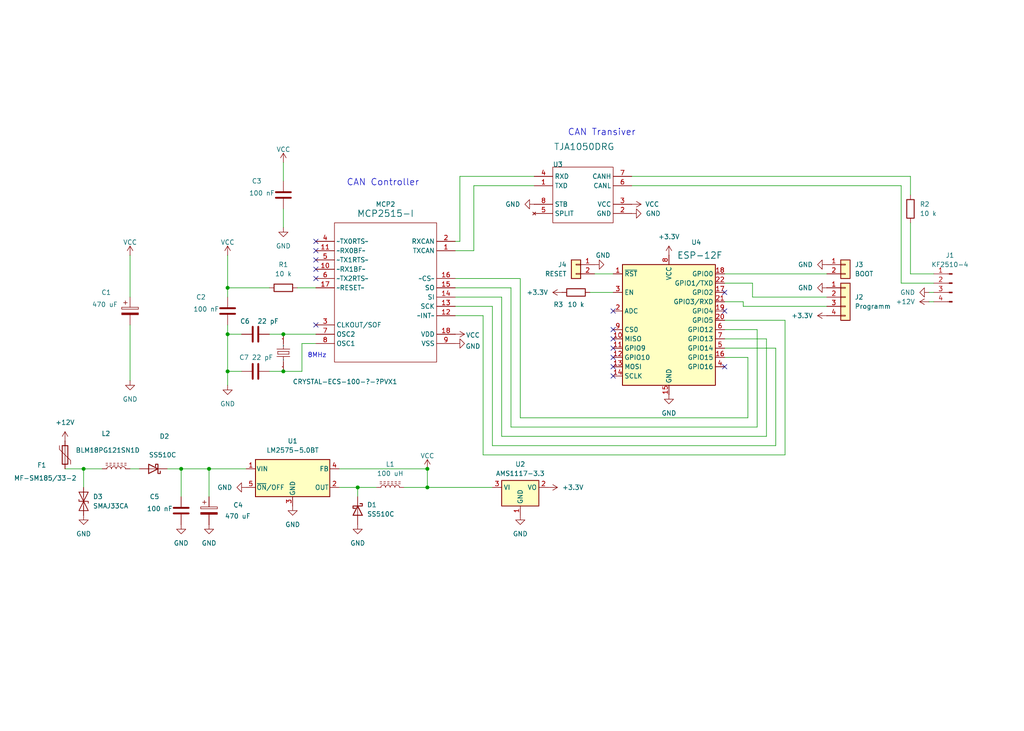
<source format=kicad_sch>
(kicad_sch (version 20231120) (generator "eeschema") (generator_version "8.0")
  (paper "User" 279.984 200)
  (lib_symbols
    (symbol "Connector:Conn_01x04_Pin" (pin_names (offset 1.016) hide)
      (property "Reference" "J" (at 0 5.08 0))
      (property "Value" "Conn_01x04_Pin" (at 0 -7.62 0))
      (symbol "Conn_01x04_Pin_1_1"
        (polyline (pts (xy 1.27 -5.08) (xy 0.8636 -5.08)) (stroke (width 0.1524)))
        (polyline (pts (xy 1.27 -2.54) (xy 0.8636 -2.54)) (stroke (width 0.1524)))
        (polyline (pts (xy 1.27 0) (xy 0.8636 0)) (stroke (width 0.1524)))
        (polyline (pts (xy 1.27 2.54) (xy 0.8636 2.54)) (stroke (width 0.1524)))
        (rectangle (start 0.8636 -4.953) (end 0 -5.207) (stroke (width 0.1524)) (fill (type outline)))
        (rectangle (start 0.8636 -2.413) (end 0 -2.667) (stroke (width 0.1524)) (fill (type outline)))
        (rectangle (start 0.8636 0.127) (end 0 -0.127) (stroke (width 0.1524)) (fill (type outline)))
        (rectangle (start 0.8636 2.667) (end 0 2.413) (stroke (width 0.1524)) (fill (type outline)))
        (pin passive line (at 5.08 2.54 180) (length 3.81) (name "Pin_1") (number "1"))
        (pin passive line (at 5.08 0 180) (length 3.81) (name "Pin_2") (number "2"))
        (pin passive line (at 5.08 -2.54 180) (length 3.81) (name "Pin_3") (number "3"))
        (pin passive line (at 5.08 -5.08 180) (length 3.81) (name "Pin_4") (number "4"))
      )
    )
    (symbol "Connector_Generic:Conn_01x02" (pin_names (offset 1.016) hide)
      (property "Reference" "J" (at 0 2.54 0))
      (property "Value" "Conn_01x02" (at 0 -5.08 0))
      (symbol "Conn_01x02_1_1"
        (rectangle (start -1.27 -2.413) (end 0 -2.667) (stroke (width 0.1524)))
        (rectangle (start -1.27 0.127) (end 0 -0.127) (stroke (width 0.1524)))
        (rectangle (start -1.27 1.27) (end 1.27 -3.81) (stroke (width 0.254)) (fill (type background)))
        (pin passive line (at -5.08 0 0) (length 3.81) (name "Pin_1") (number "1"))
        (pin passive line (at -5.08 -2.54 0) (length 3.81) (name "Pin_2") (number "2"))
      )
    )
    (symbol "Connector_Generic:Conn_01x04" (pin_names (offset 1.016) hide)
      (property "Reference" "J" (at 0 5.08 0))
      (property "Value" "Conn_01x04" (at 0 -7.62 0))
      (symbol "Conn_01x04_1_1"
        (rectangle (start -1.27 -4.953) (end 0 -5.207) (stroke (width 0.1524)))
        (rectangle (start -1.27 -2.413) (end 0 -2.667) (stroke (width 0.1524)))
        (rectangle (start -1.27 0.127) (end 0 -0.127) (stroke (width 0.1524)))
        (rectangle (start -1.27 2.667) (end 0 2.413) (stroke (width 0.1524)))
        (rectangle (start -1.27 3.81) (end 1.27 -6.35) (stroke (width 0.254)) (fill (type background)))
        (pin passive line (at -5.08 2.54 0) (length 3.81) (name "Pin_1") (number "1"))
        (pin passive line (at -5.08 0 0) (length 3.81) (name "Pin_2") (number "2"))
        (pin passive line (at -5.08 -2.54 0) (length 3.81) (name "Pin_3") (number "3"))
        (pin passive line (at -5.08 -5.08 0) (length 3.81) (name "Pin_4") (number "4"))
      )
    )
    (symbol "Device:C" (pin_numbers hide) (pin_names (offset 0.254))
      (property "Reference" "C" (at 0.635 2.54 0))
      (property "Value" "C" (at 0.635 -2.54 0))
      (symbol "C_0_1"
        (polyline (pts (xy -2.032 -0.762) (xy 2.032 -0.762)) (stroke (width 0.508)))
        (polyline (pts (xy -2.032 0.762) (xy 2.032 0.762)) (stroke (width 0.508)))
      )
      (symbol "C_1_1"
        (pin passive line (at 0 3.81 270) (length 2.794) (name "~") (number "1"))
        (pin passive line (at 0 -3.81 90) (length 2.794) (name "~") (number "2"))
      )
    )
    (symbol "Device:C_Polarized" (pin_numbers hide) (pin_names (offset 0.254))
      (property "Reference" "C" (at 0.635 2.54 0))
      (property "Value" "C_Polarized" (at 0.635 -2.54 0))
      (symbol "C_Polarized_0_1"
        (rectangle (start -2.286 0.508) (end 2.286 1.016))
        (polyline (pts (xy -1.778 2.286) (xy -0.762 2.286)))
        (polyline (pts (xy -1.27 2.794) (xy -1.27 1.778)))
        (rectangle (start 2.286 -0.508) (end -2.286 -1.016) (fill (type outline)))
      )
      (symbol "C_Polarized_1_1"
        (pin passive line (at 0 3.81 270) (length 2.794) (name "~") (number "1"))
        (pin passive line (at 0 -3.81 90) (length 2.794) (name "~") (number "2"))
      )
    )
    (symbol "Device:D_Schottky" (pin_numbers hide) (pin_names (offset 1.016) hide)
      (property "Reference" "D" (at 0 2.54 0))
      (property "Value" "D_Schottky" (at 0 -2.54 0))
      (symbol "D_Schottky_0_1"
        (polyline (pts (xy 1.27 0) (xy -1.27 0)))
        (polyline (pts (xy 1.27 1.27) (xy 1.27 -1.27) (xy -1.27 0) (xy 1.27 1.27)) (stroke (width 0.254)))
        (polyline (pts (xy -1.905 0.635) (xy -1.905 1.27) (xy -1.27 1.27) (xy -1.27 -1.27) (xy -0.635 -1.27) (xy -0.635 -0.635)) (stroke (width 0.254)))
      )
      (symbol "D_Schottky_1_1"
        (pin passive line (at -3.81 0 0) (length 2.54) (name "K") (number "1"))
        (pin passive line (at 3.81 0 180) (length 2.54) (name "A") (number "2"))
      )
    )
    (symbol "Device:L_Ferrite" (pin_numbers hide) (pin_names (offset 1.016) hide)
      (property "Reference" "L" (at -1.27 0 90))
      (property "Value" "L_Ferrite" (at 2.794 0 90))
      (symbol "L_Ferrite_0_1"
        (arc (start 0 -2.54) (mid 0.6323 -1.905) (end 0 -1.27))
        (arc (start 0 -1.27) (mid 0.6323 -0.635) (end 0 0))
        (polyline (pts (xy 1.016 -2.794) (xy 1.016 -2.286)))
        (polyline (pts (xy 1.016 -1.778) (xy 1.016 -1.27)))
        (polyline (pts (xy 1.016 -0.762) (xy 1.016 -0.254)))
        (polyline (pts (xy 1.016 0.254) (xy 1.016 0.762)))
        (polyline (pts (xy 1.016 1.27) (xy 1.016 1.778)))
        (polyline (pts (xy 1.016 2.286) (xy 1.016 2.794)))
        (polyline (pts (xy 1.524 -2.286) (xy 1.524 -2.794)))
        (polyline (pts (xy 1.524 -1.27) (xy 1.524 -1.778)))
        (polyline (pts (xy 1.524 -0.254) (xy 1.524 -0.762)))
        (polyline (pts (xy 1.524 0.762) (xy 1.524 0.254)))
        (polyline (pts (xy 1.524 1.778) (xy 1.524 1.27)))
        (polyline (pts (xy 1.524 2.794) (xy 1.524 2.286)))
        (arc (start 0 0) (mid 0.6323 0.635) (end 0 1.27))
        (arc (start 0 1.27) (mid 0.6323 1.905) (end 0 2.54))
      )
      (symbol "L_Ferrite_1_1"
        (pin passive line (at 0 3.81 270) (length 1.27) (name "1") (number "1"))
        (pin passive line (at 0 -3.81 90) (length 1.27) (name "2") (number "2"))
      )
    )
    (symbol "Device:Polyfuse" (pin_numbers hide) (pin_names (offset 0))
      (property "Reference" "F" (at -2.54 0 90))
      (property "Value" "Polyfuse" (at 2.54 0 90))
      (symbol "Polyfuse_0_1"
        (rectangle (start -0.762 2.54) (end 0.762 -2.54) (stroke (width 0.254)))
        (polyline (pts (xy 0 2.54) (xy 0 -2.54)))
        (polyline (pts (xy -1.524 2.54) (xy -1.524 1.524) (xy 1.524 -1.524) (xy 1.524 -2.54)))
      )
      (symbol "Polyfuse_1_1"
        (pin passive line (at 0 3.81 270) (length 1.27) (name "~") (number "1"))
        (pin passive line (at 0 -3.81 90) (length 1.27) (name "~") (number "2"))
      )
    )
    (symbol "Device:R" (pin_numbers hide) (pin_names (offset 0))
      (property "Reference" "R" (at 2.032 0 90))
      (property "Value" "R" (at 0 0 90))
      (symbol "R_0_1"
        (rectangle (start -1.016 -2.54) (end 1.016 2.54) (stroke (width 0.254)))
      )
      (symbol "R_1_1"
        (pin passive line (at 0 3.81 270) (length 1.27) (name "~") (number "1"))
        (pin passive line (at 0 -3.81 90) (length 1.27) (name "~") (number "2"))
      )
    )
    (symbol "Diode:SMAJ33CA" (pin_numbers hide) (pin_names (offset 1.016) hide)
      (property "Reference" "D" (at 0 2.54 0))
      (property "Value" "SMAJ33CA" (at 0 -2.54 0))
      (symbol "SMAJ33CA_0_1"
        (polyline (pts (xy 1.27 0) (xy -1.27 0)))
        (polyline (pts (xy -2.54 -1.27) (xy 0 0) (xy -2.54 1.27) (xy -2.54 -1.27)) (stroke (width 0.2032)))
        (polyline (pts (xy 0.508 1.27) (xy 0 1.27) (xy 0 -1.27) (xy -0.508 -1.27)) (stroke (width 0.2032)))
        (polyline (pts (xy 2.54 1.27) (xy 2.54 -1.27) (xy 0 0) (xy 2.54 1.27)) (stroke (width 0.2032)))
      )
      (symbol "SMAJ33CA_1_1"
        (pin passive line (at -3.81 0 0) (length 2.54) (name "A1") (number "1"))
        (pin passive line (at 3.81 0 180) (length 2.54) (name "A2") (number "2"))
      )
    )
    (symbol "ProPrj_CAN-easyedapro:CRYSTAL-ECS-100-20-5PVX"
      (property "Reference" "CRYSTAL-ECS-100-?-?PVX" (at 0 0 0))
      (symbol "CRYSTAL-ECS-100-20-5PVX_1_0"
        (polyline (pts (xy -1.778 -1.016) (xy 1.778 -1.016)))
        (polyline (pts (xy -1.778 1.016) (xy 1.778 1.016)))
        (polyline (pts (xy -1.524 -0.381) (xy 1.524 -0.381)))
        (polyline (pts (xy -1.524 0.381) (xy -1.524 -0.381)))
        (polyline (pts (xy 0 -2.54) (xy 0 -1.016)))
        (polyline (pts (xy 0 1.016) (xy 0 2.54)))
        (polyline (pts (xy 1.524 -0.381) (xy 1.524 0.381)))
        (polyline (pts (xy 1.524 0.381) (xy -1.524 0.381)))
        (pin unspecified line (at 0 -5.08 90) (length 2.54) (name "1") (number "1"))
        (pin unspecified line (at 0 5.08 270) (length 2.54) (name "2") (number "2"))
      )
    )
    (symbol "ProPrj_CAN-easyedapro:MCP2515-I-01"
      (property "Reference" "MCP1" (at 0 0 0))
      (property "Value" "MCP2515-I" (at 5.588 5.08 0))
      (symbol "MCP2515-I-01_1_0"
        (rectangle (start 0 0) (end 27.94 -38.1))
        (pin output line (at 33.02 -7.62 180) (length 5.08) (name "TXCAN") (number "1"))
        (pin unspecified line (at -5.08 -12.7 0) (length 5.08) (name "~RX1BF~") (number "10"))
        (pin unspecified line (at -5.08 -7.62 0) (length 5.08) (name "~RX0BF~") (number "11"))
        (pin unspecified line (at 33.02 -25.4 180) (length 5.08) (name "~INT~") (number "12"))
        (pin unspecified line (at 33.02 -22.86 180) (length 5.08) (name "SCK") (number "13"))
        (pin unspecified line (at 33.02 -20.32 180) (length 5.08) (name "SI") (number "14"))
        (pin unspecified line (at 33.02 -17.78 180) (length 5.08) (name "SO") (number "15"))
        (pin unspecified line (at 33.02 -15.24 180) (length 5.08) (name "~CS~") (number "16"))
        (pin unspecified line (at -5.08 -17.78 0) (length 5.08) (name "~RESET~") (number "17"))
        (pin unspecified line (at 33.02 -30.48 180) (length 5.08) (name "VDD") (number "18"))
        (pin input line (at 33.02 -5.08 180) (length 5.08) (name "RXCAN") (number "2"))
        (pin unspecified line (at -5.08 -27.94 0) (length 5.08) (name "CLKOUT/SOF") (number "3"))
        (pin unspecified line (at -5.08 -5.08 0) (length 5.08) (name "~TX0RTS~") (number "4"))
        (pin unspecified line (at -5.08 -10.16 0) (length 5.08) (name "~TX1RTS~") (number "5"))
        (pin unspecified line (at -5.08 -15.24 0) (length 5.08) (name "~TX2RTS~") (number "6"))
        (pin unspecified line (at -5.08 -30.48 0) (length 5.08) (name "OSC2") (number "7"))
        (pin unspecified line (at -5.08 -33.02 0) (length 5.08) (name "OSC1") (number "8"))
        (pin unspecified line (at 33.02 -33.02 180) (length 5.08) (name "VSS") (number "9"))
      )
    )
    (symbol "ProPrj_CAN-easyedapro:TJA1050DRG"
      (property "Reference" "U?" (at 1.778 3.81 0))
      (symbol "TJA1050DRG_1_0"
        (rectangle (start 0 0) (end 16.51 -15.24))
        (pin input line (at -5.08 -5.08 0) (length 5.08) (name "TXD") (number "1"))
        (pin power_in line (at 21.59 -12.7 180) (length 5.08) (name "GND") (number "2"))
        (pin power_in line (at 21.59 -10.16 180) (length 5.08) (name "VCC") (number "3"))
        (pin output line (at -5.08 -2.54 0) (length 5.08) (name "RXD") (number "4"))
        (pin no_connect line (at -5.08 -12.7 0) (length 5.08) (name "SPLIT") (number "5"))
        (pin bidirectional line (at 21.59 -5.08 180) (length 5.08) (name "CANL") (number "6"))
        (pin bidirectional line (at 21.59 -2.54 180) (length 5.08) (name "CANH") (number "7"))
        (pin input line (at -5.08 -10.16 0) (length 5.08) (name "STB") (number "8"))
      )
    )
    (symbol "RF_Module:ESP-12F"
      (property "Reference" "U" (at -12.7 19.05 0))
      (property "Value" "ESP-12F" (at 12.7 19.05 0))
      (symbol "ESP-12F_0_1"
        (rectangle (start -12.7 17.78) (end 12.7 -15.24) (stroke (width 0.254)) (fill (type background)))
      )
      (symbol "ESP-12F_1_1"
        (pin input line (at -15.24 15.24 0) (length 2.54) (name "~{RST}") (number "1"))
        (pin bidirectional line (at -15.24 -2.54 0) (length 2.54) (name "MISO") (number "10"))
        (pin bidirectional line (at -15.24 -5.08 0) (length 2.54) (name "GPIO9") (number "11"))
        (pin bidirectional line (at -15.24 -7.62 0) (length 2.54) (name "GPIO10") (number "12"))
        (pin bidirectional line (at -15.24 -10.16 0) (length 2.54) (name "MOSI") (number "13"))
        (pin bidirectional line (at -15.24 -12.7 0) (length 2.54) (name "SCLK") (number "14"))
        (pin power_in line (at 0 -17.78 90) (length 2.54) (name "GND") (number "15"))
        (pin bidirectional line (at 15.24 -7.62 180) (length 2.54) (name "GPIO15") (number "16"))
        (pin bidirectional line (at 15.24 10.16 180) (length 2.54) (name "GPIO2") (number "17"))
        (pin bidirectional line (at 15.24 15.24 180) (length 2.54) (name "GPIO0") (number "18"))
        (pin bidirectional line (at 15.24 5.08 180) (length 2.54) (name "GPIO4") (number "19"))
        (pin input line (at -15.24 5.08 0) (length 2.54) (name "ADC") (number "2"))
        (pin bidirectional line (at 15.24 2.54 180) (length 2.54) (name "GPIO5") (number "20"))
        (pin bidirectional line (at 15.24 7.62 180) (length 2.54) (name "GPIO3/RXD") (number "21"))
        (pin bidirectional line (at 15.24 12.7 180) (length 2.54) (name "GPIO1/TXD") (number "22"))
        (pin input line (at -15.24 10.16 0) (length 2.54) (name "EN") (number "3"))
        (pin bidirectional line (at 15.24 -10.16 180) (length 2.54) (name "GPIO16") (number "4"))
        (pin bidirectional line (at 15.24 -5.08 180) (length 2.54) (name "GPIO14") (number "5"))
        (pin bidirectional line (at 15.24 0 180) (length 2.54) (name "GPIO12") (number "6"))
        (pin bidirectional line (at 15.24 -2.54 180) (length 2.54) (name "GPIO13") (number "7"))
        (pin power_in line (at 0 20.32 270) (length 2.54) (name "VCC") (number "8"))
        (pin input line (at -15.24 0 0) (length 2.54) (name "CS0") (number "9"))
      )
    )
    (symbol "Regulator_Linear:AMS1117-3.3"
      (property "Reference" "U" (at -3.81 3.175 0))
      (property "Value" "AMS1117-3.3" (at 0 3.175 0))
      (symbol "AMS1117-3.3_0_1"
        (rectangle (start -5.08 -5.08) (end 5.08 1.905) (stroke (width 0.254)) (fill (type background)))
      )
      (symbol "AMS1117-3.3_1_1"
        (pin power_in line (at 0 -7.62 90) (length 2.54) (name "GND") (number "1"))
        (pin power_out line (at 7.62 0 180) (length 2.54) (name "VO") (number "2"))
        (pin power_in line (at -7.62 0 0) (length 2.54) (name "VI") (number "3"))
      )
    )
    (symbol "Regulator_Switching:LM2575-5.0BT" (pin_names (offset 0.254))
      (property "Reference" "U" (at -10.16 6.35 0))
      (property "Value" "LM2575-5.0BT" (at 0 6.35 0))
      (symbol "LM2575-5.0BT_0_1"
        (rectangle (start -10.16 5.08) (end 10.16 -5.08) (stroke (width 0.254)) (fill (type background)))
      )
      (symbol "LM2575-5.0BT_1_1"
        (pin power_in line (at -12.7 2.54 0) (length 2.54) (name "VIN") (number "1"))
        (pin output line (at 12.7 -2.54 180) (length 2.54) (name "OUT") (number "2"))
        (pin power_in line (at 0 -7.62 90) (length 2.54) (name "GND") (number "3"))
        (pin input line (at 12.7 2.54 180) (length 2.54) (name "FB") (number "4"))
        (pin input line (at -12.7 -2.54 0) (length 2.54) (name "~{ON}/OFF") (number "5"))
      )
    )
    (symbol "power:+12V" (power) (pin_numbers hide) (pin_names (offset 0) hide)
      (property "Value" "+12V" (at 0 3.556 0))
      (symbol "+12V_0_1"
        (polyline (pts (xy -0.762 1.27) (xy 0 2.54)))
        (polyline (pts (xy 0 0) (xy 0 2.54)))
        (polyline (pts (xy 0 2.54) (xy 0.762 1.27)))
      )
      (symbol "+12V_1_1"
        (pin power_in line (at 0 0 90) (length 0) (name "~") (number "1"))
      )
    )
    (symbol "power:+3.3V" (power) (pin_numbers hide) (pin_names (offset 0) hide)
      (property "Value" "+3.3V" (at 0 3.556 0))
      (symbol "+3.3V_0_1"
        (polyline (pts (xy -0.762 1.27) (xy 0 2.54)))
        (polyline (pts (xy 0 0) (xy 0 2.54)))
        (polyline (pts (xy 0 2.54) (xy 0.762 1.27)))
      )
      (symbol "+3.3V_1_1"
        (pin power_in line (at 0 0 90) (length 0) (name "~") (number "1"))
      )
    )
    (symbol "power:+5V" (power) (pin_numbers hide) (pin_names (offset 0) hide)
      (property "Value" "+5V" (at 0 3.556 0))
      (symbol "+5V_0_1"
        (polyline (pts (xy -0.762 1.27) (xy 0 2.54)))
        (polyline (pts (xy 0 0) (xy 0 2.54)))
        (polyline (pts (xy 0 2.54) (xy 0.762 1.27)))
      )
      (symbol "+5V_1_1"
        (pin power_in line (at 0 0 90) (length 0) (name "~") (number "1"))
      )
    )
    (symbol "power:GND" (power) (pin_numbers hide) (pin_names (offset 0) hide)
      (property "Value" "GND" (at 0 -3.81 0))
      (symbol "GND_0_1"
        (polyline (pts (xy 0 0) (xy 0 -1.27) (xy 1.27 -1.27) (xy 0 -2.54) (xy -1.27 -1.27) (xy 0 -1.27)))
      )
      (symbol "GND_1_1"
        (pin power_in line (at 0 0 270) (length 0) (name "~") (number "1"))
      )
    )
  )
  (junction (at 49.53 128.27))
  (junction (at 77.47 101.6))
  (junction (at 116.84 133.35))
  (junction (at 57.15 128.27))
  (junction (at 116.84 128.27))
  (junction (at 62.23 91.44))
  (junction (at 22.86 128.27))
  (junction (at 77.47 91.44))
  (junction (at 62.23 101.6))
  (junction (at 62.23 78.74))
  (junction (at 97.79 133.35))
  (no_connect (at 167.64 102.87))
  (no_connect (at 167.64 92.71))
  (no_connect (at 86.36 76.2))
  (no_connect (at 198.12 85.09))
  (no_connect (at 167.64 90.17))
  (no_connect (at 86.36 68.58))
  (no_connect (at 167.64 95.25))
  (no_connect (at 198.12 80.01))
  (no_connect (at 86.36 66.04))
  (no_connect (at 167.64 85.09))
  (no_connect (at 86.36 88.9))
  (no_connect (at 198.12 100.33))
  (no_connect (at 86.36 71.12))
  (no_connect (at 167.64 97.79))
  (no_connect (at 86.36 73.66))
  (no_connect (at 167.64 100.33))
  (wire (pts (xy 139.7 116.84) (xy 207.01 116.84)))
  (wire (pts (xy 214.63 124.46) (xy 132.08 124.46)))
  (wire (pts (xy 77.47 62.23) (xy 77.47 57.15)))
  (wire (pts (xy 62.23 91.44) (xy 62.23 101.6)))
  (wire (pts (xy 205.74 77.47) (xy 205.74 81.28)))
  (wire (pts (xy 125.73 48.26) (xy 125.73 66.04)))
  (wire (pts (xy 204.47 97.79) (xy 204.47 114.3)))
  (wire (pts (xy 137.16 81.28) (xy 124.46 81.28)))
  (wire (pts (xy 49.53 128.27) (xy 49.53 135.89)))
  (wire (pts (xy 62.23 91.44) (xy 66.04 91.44)))
  (wire (pts (xy 203.2 83.82) (xy 203.2 82.55)))
  (wire (pts (xy 248.92 48.26) (xy 248.92 53.34)))
  (wire (pts (xy 132.08 86.36) (xy 124.46 86.36)))
  (wire (pts (xy 203.2 83.82) (xy 226.06 83.82)))
  (wire (pts (xy 35.56 88.9) (xy 35.56 104.14)))
  (wire (pts (xy 212.09 121.92) (xy 134.62 121.92)))
  (wire (pts (xy 248.92 74.93) (xy 255.27 74.93)))
  (wire (pts (xy 102.87 133.35) (xy 97.79 133.35)))
  (wire (pts (xy 124.46 76.2) (xy 142.24 76.2)))
  (wire (pts (xy 142.24 76.2) (xy 142.24 114.3)))
  (wire (pts (xy 73.66 101.6) (xy 77.47 101.6)))
  (wire (pts (xy 209.55 119.38) (xy 137.16 119.38)))
  (wire (pts (xy 62.23 101.6) (xy 62.23 105.41)))
  (wire (pts (xy 97.79 135.89) (xy 97.79 133.35)))
  (wire (pts (xy 73.66 91.44) (xy 77.47 91.44)))
  (wire (pts (xy 203.2 82.55) (xy 198.12 82.55)))
  (wire (pts (xy 62.23 78.74) (xy 62.23 81.28)))
  (wire (pts (xy 139.7 78.74) (xy 139.7 116.84)))
  (wire (pts (xy 62.23 88.9) (xy 62.23 91.44)))
  (wire (pts (xy 198.12 95.25) (xy 212.09 95.25)))
  (wire (pts (xy 62.23 78.74) (xy 73.66 78.74)))
  (wire (pts (xy 86.36 91.44) (xy 77.47 91.44)))
  (wire (pts (xy 162.56 74.93) (xy 167.64 74.93)))
  (wire (pts (xy 77.47 44.45) (xy 77.47 49.53)))
  (wire (pts (xy 134.62 83.82) (xy 124.46 83.82)))
  (wire (pts (xy 116.84 128.27) (xy 116.84 133.35)))
  (wire (pts (xy 92.71 133.35) (xy 97.79 133.35)))
  (wire (pts (xy 129.54 50.8) (xy 146.05 50.8)))
  (wire (pts (xy 246.38 50.8) (xy 246.38 77.47)))
  (wire (pts (xy 129.54 50.8) (xy 129.54 68.58)))
  (wire (pts (xy 246.38 77.47) (xy 255.27 77.47)))
  (wire (pts (xy 92.71 128.27) (xy 116.84 128.27)))
  (wire (pts (xy 248.92 74.93) (xy 248.92 60.96)))
  (wire (pts (xy 207.01 116.84) (xy 207.01 90.17)))
  (wire (pts (xy 198.12 74.93) (xy 226.06 74.93)))
  (wire (pts (xy 86.36 93.98) (xy 82.55 93.98)))
  (wire (pts (xy 57.15 128.27) (xy 57.15 135.89)))
  (wire (pts (xy 134.62 133.35) (xy 116.84 133.35)))
  (wire (pts (xy 204.47 114.3) (xy 142.24 114.3)))
  (wire (pts (xy 22.86 128.27) (xy 22.86 133.35)))
  (wire (pts (xy 198.12 97.79) (xy 204.47 97.79)))
  (wire (pts (xy 125.73 48.26) (xy 146.05 48.26)))
  (wire (pts (xy 134.62 83.82) (xy 134.62 121.92)))
  (wire (pts (xy 62.23 101.6) (xy 66.04 101.6)))
  (wire (pts (xy 35.56 128.27) (xy 38.1 128.27)))
  (wire (pts (xy 82.55 93.98) (xy 82.55 101.6)))
  (wire (pts (xy 17.78 128.27) (xy 22.86 128.27)))
  (wire (pts (xy 49.53 128.27) (xy 57.15 128.27)))
  (wire (pts (xy 22.86 128.27) (xy 27.94 128.27)))
  (wire (pts (xy 35.56 69.85) (xy 35.56 81.28)))
  (wire (pts (xy 45.72 128.27) (xy 49.53 128.27)))
  (wire (pts (xy 86.36 78.74) (xy 81.28 78.74)))
  (wire (pts (xy 198.12 87.63) (xy 214.63 87.63)))
  (wire (pts (xy 132.08 86.36) (xy 132.08 124.46)))
  (wire (pts (xy 124.46 66.04) (xy 125.73 66.04)))
  (wire (pts (xy 137.16 81.28) (xy 137.16 119.38)))
  (wire (pts (xy 198.12 77.47) (xy 205.74 77.47)))
  (wire (pts (xy 172.72 48.26) (xy 248.92 48.26)))
  (wire (pts (xy 214.63 87.63) (xy 214.63 124.46)))
  (wire (pts (xy 226.06 81.28) (xy 205.74 81.28)))
  (wire (pts (xy 209.55 92.71) (xy 209.55 119.38)))
  (wire (pts (xy 62.23 69.85) (xy 62.23 78.74)))
  (wire (pts (xy 139.7 78.74) (xy 124.46 78.74)))
  (wire (pts (xy 207.01 90.17) (xy 198.12 90.17)))
  (wire (pts (xy 255.27 80.01) (xy 254 80.01)))
  (wire (pts (xy 161.29 80.01) (xy 167.64 80.01)))
  (wire (pts (xy 57.15 128.27) (xy 67.31 128.27)))
  (wire (pts (xy 124.46 68.58) (xy 129.54 68.58)))
  (wire (pts (xy 116.84 133.35) (xy 110.49 133.35)))
  (wire (pts (xy 172.72 50.8) (xy 246.38 50.8)))
  (wire (pts (xy 198.12 92.71) (xy 209.55 92.71)))
  (wire (pts (xy 254 82.55) (xy 255.27 82.55)))
  (wire (pts (xy 212.09 95.25) (xy 212.09 121.92)))
  (wire (pts (xy 82.55 101.6) (xy 77.47 101.6)))
  (text "CAN Controller" (at 94.742 51.054 0) (effects (font (size 1.778 1.778)) (justify left bottom)))
  (text "8MHz" (at 84.074 98.044 0) (effects (font (size 1.27 1.27)) (justify left bottom)))
  (text "CAN Transiver" (at 155.194 37.338 0) (effects (font (size 1.778 1.778)) (justify left bottom)))
  (symbol (lib_id "power:GND") (at 97.79 143.51 0) (unit 1)
    (property "Reference" "#PWR012" (effects (hide yes)))
    (property "Value" "GND" (at 97.79 148.59 0))
    (property "Description" "Power symbol creates a global label with name \"GND\" , ground" (effects (hide yes)))
  )
  (symbol (lib_id "power:+5V") (at 124.46 91.44 270) (unit 1)
    (property "Reference" "#PWR06" (effects (hide yes)))
    (property "Value" "VCC" (at 129.286 91.694 90))
    (property "Footprint" "ProPrj_CAN-easyedapro:" (effects (hide yes)))
    (property "Description" "Power symbol creates a global label with name \"+5V\"" (effects (hide yes)))
  )
  (symbol (lib_id "power:GND") (at 77.47 62.23 0) (unit 1)
    (property "Reference" "#PWR010" (effects (hide yes)))
    (property "Value" "GND" (at 77.47 67.31 0))
    (property "Description" "Power symbol creates a global label with name \"GND\" , ground" (effects (hide yes)))
  )
  (symbol (lib_id "Device:C") (at 69.85 91.44 90) (unit 1)
    (property "Reference" "C6" (at 68.326 87.884 90) (effects (justify left)))
    (property "Value" "22 pF" (at 76.2 87.884 90) (effects (justify left)))
    (property "Footprint" "Capacitor_SMD:C_0603_1608Metric_Pad1.08x0.95mm_HandSolder" (effects (hide yes)))
    (property "Description" "Unpolarized capacitor" (effects (hide yes)))
  )
  (symbol (lib_id "Device:L_Ferrite") (at 106.68 133.35 90) (unit 1)
    (property "Reference" "L1" (at 106.68 127 90))
    (property "Value" "100 uH" (at 106.68 129.54 90))
    (property "Footprint" "Inductor_SMD:L_12x12mm_H8mm" (effects (hide yes)))
    (property "Description" "Inductor with ferrite core" (effects (hide yes)))
  )
  (symbol (lib_id "power:+3.3V") (at 226.06 86.36 90) (unit 1)
    (property "Reference" "#PWR028" (effects (hide yes)))
    (property "Value" "+3.3V" (at 222.25 86.3599 90) (effects (justify left)))
    (property "Description" "Power symbol creates a global label with name \"+3.3V\"" (effects (hide yes)))
  )
  (symbol (lib_id "Device:D_Schottky") (at 97.79 139.7 270) (unit 1)
    (property "Reference" "D1" (at 100.33 138.1124 90) (effects (justify left)))
    (property "Value" "SS510C" (at 100.33 140.6524 90) (effects (justify left)))
    (property "Footprint" "Diode_SMD:D_SMB-SMC_Universal_Handsoldering" (effects (hide yes)))
    (property "Description" "Schottky diode" (effects (hide yes)))
  )
  (symbol (lib_id "power:GND") (at 35.56 104.14 0) (unit 1)
    (property "Reference" "#PWR01" (effects (hide yes)))
    (property "Value" "GND" (at 35.56 109.22 0))
    (property "Description" "Power symbol creates a global label with name \"GND\" , ground" (effects (hide yes)))
  )
  (symbol (lib_id "Device:C") (at 62.23 85.09 0) (unit 1)
    (property "Reference" "C2" (at 53.594 81.28 0) (effects (justify left)))
    (property "Value" "100 nF" (at 52.832 84.582 0) (effects (justify left)))
    (property "Footprint" "Capacitor_SMD:C_0603_1608Metric_Pad1.08x0.95mm_HandSolder" (effects (hide yes)))
    (property "Description" "Unpolarized capacitor" (effects (hide yes)))
  )
  (symbol (lib_id "power:GND") (at 254 80.01 270) (unit 1)
    (property "Reference" "#PWR020" (effects (hide yes)))
    (property "Value" "GND" (at 250.19 80.0099 90) (effects (justify right)))
    (property "Description" "Power symbol creates a global label with name \"GND\" , ground" (effects (hide yes)))
  )
  (symbol (lib_id "Device:C") (at 77.47 53.34 0) (unit 1)
    (property "Reference" "C3" (at 68.834 49.53 0) (effects (justify left)))
    (property "Value" "100 nF" (at 68.072 52.832 0) (effects (justify left)))
    (property "Footprint" "Capacitor_SMD:C_0603_1608Metric_Pad1.08x0.95mm_HandSolder" (effects (hide yes)))
    (property "Description" "Unpolarized capacitor" (effects (hide yes)))
  )
  (symbol (lib_id "Device:R") (at 77.47 78.74 90) (unit 1)
    (property "Reference" "R1" (at 77.47 72.39 90))
    (property "Value" "10 k" (at 77.47 74.93 90))
    (property "Footprint" "Resistor_SMD:R_0603_1608Metric_Pad0.98x0.95mm_HandSolder" (effects (hide yes)))
    (property "Description" "Resistor" (effects (hide yes)))
  )
  (symbol (lib_id "Connector_Generic:Conn_01x02") (at 231.14 72.39 0) (unit 1)
    (property "Reference" "J3" (at 233.68 72.3899 0) (effects (justify left)))
    (property "Value" "BOOT" (at 233.68 74.9299 0) (effects (justify left)))
    (property "Description" "Generic connector, single row, 01x02, script generated (kicad-library-utils/schlib/autogen/connector/)" (effects (hide yes)))
  )
  (symbol (lib_id "ProPrj_CAN-easyedapro:MCP2515-I-01") (at 91.44 60.96 0) (unit 1)
    (property "Reference" "MCP2" (at 105.41 55.88 0))
    (property "Value" "MCP2515-I" (at 105.41 58.42 0) (effects (font (size 1.778 1.778))))
    (property "Footprint" "ProPrj_CAN_2025-04-09:SOIC-18_L11.6-W7.5-P1.27-LS10.3-BL" (effects (hide yes)))
    (property "Datasheet" "https://atta.szlcsc.com/upload/public/pdf/source/20221108/54102364C5045B746FF767DA10992A5D.pdf" (effects (hide yes)))
    (property "Description" "CAN Controller" (effects (hide yes)))
    (property "Manufacturer Part" "MCP2515-I" (effects (hide yes)))
    (property "Manufacturer" "Tokmas(托克马斯)" (effects (hide yes)))
    (property "Supplier Part" "C5250735" (effects (hide yes)))
    (property "Supplier" "LCSC" (effects (hide yes)))
    (property "LCSC Part Name" "CAN芯片" (effects (hide yes)))
    (property "Add into BOM" "yes" (effects (hide yes)))
    (property "Convert to PCB" "yes" (effects (hide yes)))
    (property "Design Item ID" "MCP2515" (effects (hide yes)))
    (property "JLCPCB Part Class" "Extended Part" (effects (hide yes)))
    (property "Library Name" "adafruit" (effects (hide yes)))
    (property "Origin Footprint" "SOIC-18_L11.6-W7.5-P1.27-LS10.3-BL" (effects (hide yes)))
    (property "Supplier Footprint" "TSSOP-20" (effects (hide yes)))
  )
  (symbol (lib_id "power:GND") (at 22.86 140.97 0) (unit 1)
    (property "Reference" "#PWR025" (effects (hide yes)))
    (property "Value" "GND" (at 22.86 146.05 0))
    (property "Description" "Power symbol creates a global label with name \"GND\" , ground" (effects (hide yes)))
  )
  (symbol (lib_id "power:GND") (at 124.46 93.98 90) (unit 1)
    (property "Reference" "#PWR09" (effects (hide yes)))
    (property "Value" "GND" (at 127.254 94.742 90) (effects (justify right)))
    (property "Description" "Power symbol creates a global label with name \"GND\" , ground" (effects (hide yes)))
  )
  (symbol (lib_id "power:+12V") (at 17.78 120.65 0) (unit 1)
    (property "Reference" "#PWR021" (effects (hide yes)))
    (property "Value" "+12V" (at 17.78 115.57 0))
    (property "Description" "Power symbol creates a global label with name \"+12V\"" (effects (hide yes)))
  )
  (symbol (lib_id "power:GND") (at 226.06 78.74 270) (unit 1)
    (property "Reference" "#PWR027" (effects (hide yes)))
    (property "Value" "GND" (at 222.25 78.7399 90) (effects (justify right)))
    (property "Description" "Power symbol creates a global label with name \"GND\" , ground" (effects (hide yes)))
  )
  (symbol (lib_id "power:GND") (at 57.15 143.51 0) (unit 1)
    (property "Reference" "#PWR023" (effects (hide yes)))
    (property "Value" "GND" (at 57.15 148.59 0))
    (property "Description" "Power symbol creates a global label with name \"GND\" , ground" (effects (hide yes)))
  )
  (symbol (lib_id "Device:C_Polarized") (at 35.56 85.09 0) (unit 1)
    (property "Reference" "C1" (at 27.686 80.01 0) (effects (justify left)))
    (property "Value" "470 uF" (at 25.146 83.312 0) (effects (justify left)))
    (property "Footprint" "Capacitor_SMD:C_Elec_8x10.2" (effects (hide yes)))
    (property "Datasheet" "https://static.chipdip.ru/lib/074/DOC012074579.pdf" (effects (hide yes)))
    (property "Description" "Polarized capacitor" (effects (hide yes)))
    (property "from" "https://www.chipdip.ru/product0/9000262950" (effects (hide yes)))
  )
  (symbol (lib_id "Device:Polyfuse") (at 17.78 124.46 0) (unit 1)
    (property "Reference" "F1" (at 10.16 127.254 0) (effects (justify left)))
    (property "Value" "MF-SM185/33-2" (at 3.81 130.81 0) (effects (justify left)))
    (property "Description" "Resettable fuse, polymeric positive temperature coefficient" (effects (hide yes)))
  )
  (symbol (lib_id "power:GND") (at 226.06 72.39 270) (unit 1)
    (property "Reference" "#PWR026" (effects (hide yes)))
    (property "Value" "GND" (at 222.25 72.3899 90) (effects (justify right)))
    (property "Description" "Power symbol creates a global label with name \"GND\" , ground" (effects (hide yes)))
  )
  (symbol (lib_id "power:+12V") (at 254 82.55 90) (unit 1)
    (property "Reference" "#PWR022" (effects (hide yes)))
    (property "Value" "+12V" (at 250.19 82.5499 90) (effects (justify left)))
    (property "Description" "Power symbol creates a global label with name \"+12V\"" (effects (hide yes)))
  )
  (symbol (lib_id "power:GND") (at 162.56 72.39 90) (unit 1)
    (property "Reference" "#PWR030" (effects (hide yes)))
    (property "Value" "GND" (at 162.814 69.85 90) (effects (justify right)))
    (property "Description" "Power symbol creates a global label with name \"GND\" , ground" (effects (hide yes)))
  )
  (symbol (lib_id "RF_Module:ESP-12F") (at 182.88 90.17 0) (unit 1)
    (property "Reference" "U4" (at 188.976 66.294 0) (effects (justify left)))
    (property "Value" "ESP-12F" (at 185.0741 69.85 0) (effects (font (size 1.778 1.778)) (justify left)))
    (property "Footprint" "RF_Module:ESP-12E" (effects (hide yes)))
    (property "Datasheet" "http://wiki.ai-thinker.com/_media/esp8266/esp8266_series_modules_user_manual_v1.1.pdf" (effects (hide yes)))
    (property "Description" "802.11 b/g/n Wi-Fi Module" (effects (hide yes)))
  )
  (symbol (lib_id "power:GND") (at 142.24 140.97 0) (unit 1)
    (property "Reference" "#PWR016" (effects (hide yes)))
    (property "Value" "GND" (at 142.24 146.05 0))
    (property "Description" "Power symbol creates a global label with name \"GND\" , ground" (effects (hide yes)))
  )
  (symbol (lib_id "Connector:Conn_01x04_Pin") (at 260.35 77.47 0) (mirror y) (unit 1)
    (property "Reference" "J1" (at 259.715 69.85 0))
    (property "Value" "KF2510-4" (at 259.715 72.39 0))
    (property "Description" "Generic connector, single row, 01x04, script generated" (effects (hide yes)))
  )
  (symbol (lib_id "Device:C_Polarized") (at 57.15 139.7 0) (unit 1)
    (property "Reference" "C4" (at 63.754 138.176 0) (effects (justify left)))
    (property "Value" "470 uF" (at 61.468 141.224 0) (effects (justify left)))
    (property "Footprint" "Capacitor_SMD:C_Elec_8x10.2" (effects (hide yes)))
    (property "Datasheet" "https://static.chipdip.ru/lib/074/DOC012074579.pdf" (effects (hide yes)))
    (property "Description" "Polarized capacitor" (effects (hide yes)))
    (property "from" "https://www.chipdip.ru/product0/9000262950" (effects (hide yes)))
  )
  (symbol (lib_id "Device:L_Ferrite") (at 31.75 128.27 90) (unit 1)
    (property "Reference" "L2" (at 28.956 118.618 90))
    (property "Value" "BLM18PG121SN1D" (at 29.464 123.19 90))
    (property "Footprint" "Inductor_SMD:L_0201_0603Metric_Pad0.64x0.40mm_HandSolder" (effects (hide yes)))
    (property "Datasheet" "https://www.chipdip.ru/product/blm18pg121sn1d" (effects (hide yes)))
    (property "Description" "Inductor with ferrite core" (effects (hide yes)))
  )
  (symbol (lib_id "ProPrj_CAN-easyedapro:CRYSTAL-ECS-100-20-5PVX") (at 77.47 96.52 0) (unit 1)
    (property "Reference" "CRYSTAL-ECS-100-?-?PVX1" (at 80.01 105.156 0) (effects (justify left bottom)))
    (property "Value" "8MHz" (effects (hide yes)))
    (property "Footprint" "ProPrj_CAN_2025-04-09:HC-49US_L11.5-W4.5-P4.88" (effects (hide yes)))
    (property "Description" "10MHz Â±30ppm Crystal 20pF 60 Ohms HC-49/US" (effects (hide yes)))
    (property "Availability" "Warning" (effects (hide yes)))
    (property "Check_prices" "https://www.snapeda.com/parts/ECS-100-20-5PVX/ECS%20Inc./view-part/2721546/?ref=eda" (effects (hide yes)))
    (property "Design Item ID" "CRYSTAL-ECS-100-20-5PVX" (effects (hide yes)))
    (property "Library Name" "adafruit" (effects (hide yes)))
    (property "MF" "ECS Inc." (effects (hide yes)))
    (property "MP" "ECS-100-20-5PVX" (effects (hide yes)))
    (property "Origin Footprint 1" "HC-49US_L11.5-W4.5-P4.88" (effects (hide yes)))
    (property "Origin Footprint 2" "OSC-SMD_2P-L5.0-W3.2" (effects (hide yes)))
    (property "Price" "None" (effects (hide yes)))
    (property "SnapEDA_Link" "https://www.snapeda.com/parts/ECS-100-20-5PVX/ECS%20Inc./view-part/2721546/?ref=snap" (effects (hide yes)))
  )
  (symbol (lib_id "power:+3.3V") (at 182.88 69.85 0) (unit 1)
    (property "Reference" "#PWR019" (effects (hide yes)))
    (property "Value" "+3.3V" (at 182.88 64.77 0))
    (property "Description" "Power symbol creates a global label with name \"+3.3V\"" (effects (hide yes)))
  )
  (symbol (lib_id "power:GND") (at 182.88 107.95 0) (unit 1)
    (property "Reference" "#PWR017" (effects (hide yes)))
    (property "Value" "GND" (at 182.88 113.03 0))
    (property "Description" "Power symbol creates a global label with name \"GND\" , ground" (effects (hide yes)))
  )
  (symbol (lib_id "power:GND") (at 80.01 138.43 0) (unit 1)
    (property "Reference" "#PWR011" (effects (hide yes)))
    (property "Value" "GND" (at 80.01 143.51 0))
    (property "Description" "Power symbol creates a global label with name \"GND\" , ground" (effects (hide yes)))
  )
  (symbol (lib_id "power:+5V") (at 172.72 55.88 270) (unit 1)
    (property "Reference" "#PWR07" (effects (hide yes)))
    (property "Value" "VCC" (at 178.308 55.88 90))
    (property "Footprint" "ProPrj_CAN-easyedapro:" (effects (hide yes)))
    (property "Description" "Power symbol creates a global label with name \"+5V\"" (effects (hide yes)))
  )
  (symbol (lib_id "Connector_Generic:Conn_01x02") (at 157.48 72.39 0) (mirror y) (unit 1)
    (property "Reference" "J4" (at 154.94 72.3899 0) (effects (justify left)))
    (property "Value" "RESET" (at 154.94 74.9299 0) (effects (justify left)))
    (property "Description" "Generic connector, single row, 01x02, script generated (kicad-library-utils/schlib/autogen/connector/)" (effects (hide yes)))
  )
  (symbol (lib_id "Regulator_Linear:AMS1117-3.3") (at 142.24 133.35 0) (unit 1)
    (property "Reference" "U2" (at 142.24 127 0))
    (property "Value" "AMS1117-3.3" (at 142.24 129.54 0))
    (property "Footprint" "Package_TO_SOT_SMD:SOT-223-3_TabPin2" (effects (hide yes)))
    (property "Datasheet" "http://www.advanced-monolithic.com/pdf/ds1117.pdf" (effects (hide yes)))
    (property "Description" "1A Low Dropout regulator, positive, 3.3V fixed output, SOT-223" (effects (hide yes)))
  )
  (symbol (lib_id "power:+5V") (at 62.23 69.85 0) (unit 1)
    (property "Reference" "#PWR04" (effects (hide yes)))
    (property "Value" "VCC" (at 62.23 66.294 0))
    (property "Footprint" "ProPrj_CAN-easyedapro:" (effects (hide yes)))
    (property "Description" "Power symbol creates a global label with name \"+5V\"" (effects (hide yes)))
  )
  (symbol (lib_id "power:GND") (at 146.05 55.88 270) (unit 1)
    (property "Reference" "#PWR015" (effects (hide yes)))
    (property "Value" "GND" (at 142.24 55.8799 90) (effects (justify right)))
    (property "Description" "Power symbol creates a global label with name \"GND\" , ground" (effects (hide yes)))
  )
  (symbol (lib_id "ProPrj_CAN-easyedapro:TJA1050DRG") (at 151.13 45.72 0) (unit 1)
    (property "Reference" "U3" (at 151.13 45.72 0) (effects (justify left bottom)))
    (property "Value" "TJA1050DRG" (at 151.384 41.148 0) (effects (font (size 1.778 1.778)) (justify left bottom)))
    (property "Footprint" "ProPrj_CAN_2025-04-09:SOIC-8E" (effects (hide yes)))
    (property "Datasheet" "https://atta.szlcsc.com/upload/public/pdf/source/20231229/9EC40A6172CAB0350BF7AF3421F4DEBF.pdf" (effects (hide yes)))
    (property "Description" "CAN Transiver" (effects (hide yes)))
    (property "Manufacturer Part" "TJA1050DRG" (effects (hide yes)))
    (property "Manufacturer" "HGC(深圳汉芯)" (effects (hide yes)))
    (property "Supplier Part" "C19723770" (effects (hide yes)))
    (property "Supplier" "LCSC" (effects (hide yes)))
    (property "LCSC Part Name" "TJA1050DRG" (effects (hide yes)))
    (property "Add into BOM" "yes" (effects (hide yes)))
    (property "Convert to PCB" "yes" (effects (hide yes)))
    (property "Design Item ID" "TJA1050DRG" (effects (hide yes)))
    (property "JLCPCB Part Class" "Extended Part" (effects (hide yes)))
    (property "Library Name" "adafruit" (effects (hide yes)))
    (property "Origin Footprint 1" "SOIC-8E" (effects (hide yes)))
    (property "Origin Footprint 2" "SOIC-8_L4.9-W3.9-P1.27-LS6.0-BL" (effects (hide yes)))
    (property "Supplier Footprint" "SOP-8" (effects (hide yes)))
  )
  (symbol (lib_id "power:+3.3V") (at 149.86 133.35 270) (unit 1)
    (property "Reference" "#PWR018" (effects (hide yes)))
    (property "Value" "+3.3V" (at 153.67 133.3499 90) (effects (justify left)))
    (property "Description" "Power symbol creates a global label with name \"+3.3V\"" (effects (hide yes)))
  )
  (symbol (lib_id "power:+3.3V") (at 153.67 80.01 90) (unit 1)
    (property "Reference" "#PWR029" (effects (hide yes)))
    (property "Value" "+3.3V" (at 149.86 80.0099 90) (effects (justify left)))
    (property "Description" "Power symbol creates a global label with name \"+3.3V\"" (effects (hide yes)))
  )
  (symbol (lib_id "Device:R") (at 248.92 57.15 180) (unit 1)
    (property "Reference" "R2" (at 251.46 55.8799 0) (effects (justify right)))
    (property "Value" "10 k" (at 251.46 58.4199 0) (effects (justify right)))
    (property "Footprint" "Resistor_SMD:R_0603_1608Metric_Pad0.98x0.95mm_HandSolder" (effects (hide yes)))
    (property "Description" "Resistor" (effects (hide yes)))
  )
  (symbol (lib_id "power:+5V") (at 35.56 69.85 0) (unit 1)
    (property "Reference" "#PWR02" (effects (hide yes)))
    (property "Value" "VCC" (at 35.56 66.294 0))
    (property "Footprint" "ProPrj_CAN-easyedapro:" (effects (hide yes)))
    (property "Description" "Power symbol creates a global label with name \"+5V\"" (effects (hide yes)))
  )
  (symbol (lib_id "Device:D_Schottky") (at 41.91 128.27 180) (unit 1)
    (property "Reference" "D2" (at 44.958 119.38 0))
    (property "Value" "SS510C" (at 44.45 124.46 0))
    (property "Footprint" "Diode_SMD:D_SMB-SMC_Universal_Handsoldering" (effects (hide yes)))
    (property "Description" "Schottky diode" (effects (hide yes)))
  )
  (symbol (lib_id "power:GND") (at 67.31 133.35 270) (unit 1)
    (property "Reference" "#PWR08" (effects (hide yes)))
    (property "Value" "GND" (at 63.5 133.3499 90) (effects (justify right)))
    (property "Description" "Power symbol creates a global label with name \"GND\" , ground" (effects (hide yes)))
  )
  (symbol (lib_id "power:GND") (at 172.72 58.42 90) (unit 1)
    (property "Reference" "#PWR014" (effects (hide yes)))
    (property "Value" "GND" (at 176.53 58.4199 90) (effects (justify right)))
    (property "Description" "Power symbol creates a global label with name \"GND\" , ground" (effects (hide yes)))
  )
  (symbol (lib_id "power:GND") (at 62.23 105.41 0) (unit 1)
    (property "Reference" "#PWR03" (effects (hide yes)))
    (property "Value" "GND" (at 62.23 110.49 0))
    (property "Description" "Power symbol creates a global label with name \"GND\" , ground" (effects (hide yes)))
  )
  (symbol (lib_id "Device:R") (at 157.48 80.01 90) (unit 1)
    (property "Reference" "R3" (at 152.654 83.312 90))
    (property "Value" "10 k" (at 157.48 83.312 90))
    (property "Footprint" "Resistor_SMD:R_0603_1608Metric_Pad0.98x0.95mm_HandSolder" (effects (hide yes)))
    (property "Description" "Resistor" (effects (hide yes)))
  )
  (symbol (lib_id "Diode:SMAJ33CA") (at 22.86 137.16 90) (unit 1)
    (property "Reference" "D3" (at 25.4 135.8899 90) (effects (justify right)))
    (property "Value" "SMAJ33CA" (at 25.4 138.4299 90) (effects (justify right)))
    (property "Footprint" "Diode_SMD:D_SMA" (effects (hide yes)))
    (property "Datasheet" "https://www.littelfuse.com/media?resourcetype=datasheets&itemid=75e32973-b177-4ee3-a0ff-cedaf1abdb93&filename=smaj-datasheet" (effects (hide yes)))
    (property "Description" "400W bidirectional Transient Voltage Suppressor, 33.0Vr, SMA(DO-214AC)" (effects (hide yes)))
  )
  (symbol (lib_id "power:GND") (at 49.53 143.51 0) (unit 1)
    (property "Reference" "#PWR024" (effects (hide yes)))
    (property "Value" "GND" (at 49.53 148.59 0))
    (property "Description" "Power symbol creates a global label with name \"GND\" , ground" (effects (hide yes)))
  )
  (symbol (lib_id "Device:C") (at 49.53 139.7 0) (unit 1)
    (property "Reference" "C5" (at 40.894 135.89 0) (effects (justify left)))
    (property "Value" "100 nF" (at 40.132 139.192 0) (effects (justify left)))
    (property "Footprint" "Capacitor_SMD:C_0603_1608Metric_Pad1.08x0.95mm_HandSolder" (effects (hide yes)))
    (property "Description" "Unpolarized capacitor" (effects (hide yes)))
  )
  (symbol (lib_id "power:+5V") (at 116.84 128.27 0) (unit 1)
    (property "Reference" "#PWR013" (effects (hide yes)))
    (property "Value" "VCC" (at 116.84 124.714 0))
    (property "Footprint" "ProPrj_CAN-easyedapro:" (effects (hide yes)))
    (property "Description" "Power symbol creates a global label with name \"+5V\"" (effects (hide yes)))
  )
  (symbol (lib_id "power:+5V") (at 77.47 44.45 0) (unit 1)
    (property "Reference" "#PWR05" (effects (hide yes)))
    (property "Value" "VCC" (at 77.47 40.894 0))
    (property "Footprint" "ProPrj_CAN-easyedapro:" (effects (hide yes)))
    (property "Description" "Power symbol creates a global label with name \"+5V\"" (effects (hide yes)))
  )
  (symbol (lib_id "Regulator_Switching:LM2575-5.0BT") (at 80.01 130.81 0) (unit 1)
    (property "Reference" "U1" (at 80.01 120.65 0))
    (property "Value" "LM2575-5.0BT" (at 80.01 123.19 0))
    (property "Footprint" "Package_TO_SOT_SMD:TO-263-5_TabPin3" (effects (hide yes)))
    (property "Datasheet" "http://ww1.microchip.com/downloads/en/DeviceDoc/lm2575.pdf" (effects (hide yes)))
    (property "Description" "Fixed 5.0V 52kHz Simple 1A Buck Regulator, TO-220-5" (effects (hide yes)))
  )
  (symbol (lib_id "Device:C") (at 69.85 101.6 90) (unit 1)
    (property "Reference" "C7" (at 68.072 97.79 90) (effects (justify left)))
    (property "Value" "22 pF" (at 74.676 97.79 90) (effects (justify left)))
    (property "Footprint" "Capacitor_SMD:C_0603_1608Metric_Pad1.08x0.95mm_HandSolder" (effects (hide yes)))
    (property "Description" "Unpolarized capacitor" (effects (hide yes)))
  )
  (symbol (lib_id "Connector_Generic:Conn_01x04") (at 231.14 81.28 0) (unit 1)
    (property "Reference" "J2" (at 233.68 81.2799 0) (effects (justify left)))
    (property "Value" "Programm" (at 233.68 83.8199 0) (effects (justify left)))
    (property "Description" "Generic connector, single row, 01x04, script generated (kicad-library-utils/schlib/autogen/connector/)" (effects (hide yes)))
  )
)
</source>
